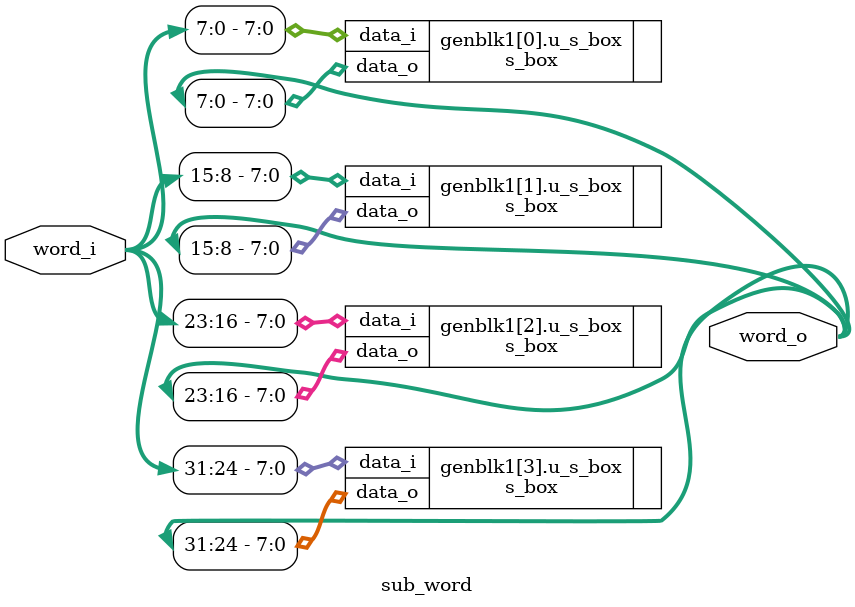
<source format=sv>
/*
 * sub_word.sv
 * -----------
 */

module sub_word(
    input  logic [31:0] word_i,
    output logic [31:0] word_o
);

genvar i;
generate
    for (i = 0; i < 4; i = i + 1) begin
        s_box u_s_box(
            .data_i (word_i[8*i +: 8]),
            .data_o (word_o[8*i +: 8])
        );
    end
endgenerate

endmodule

</source>
